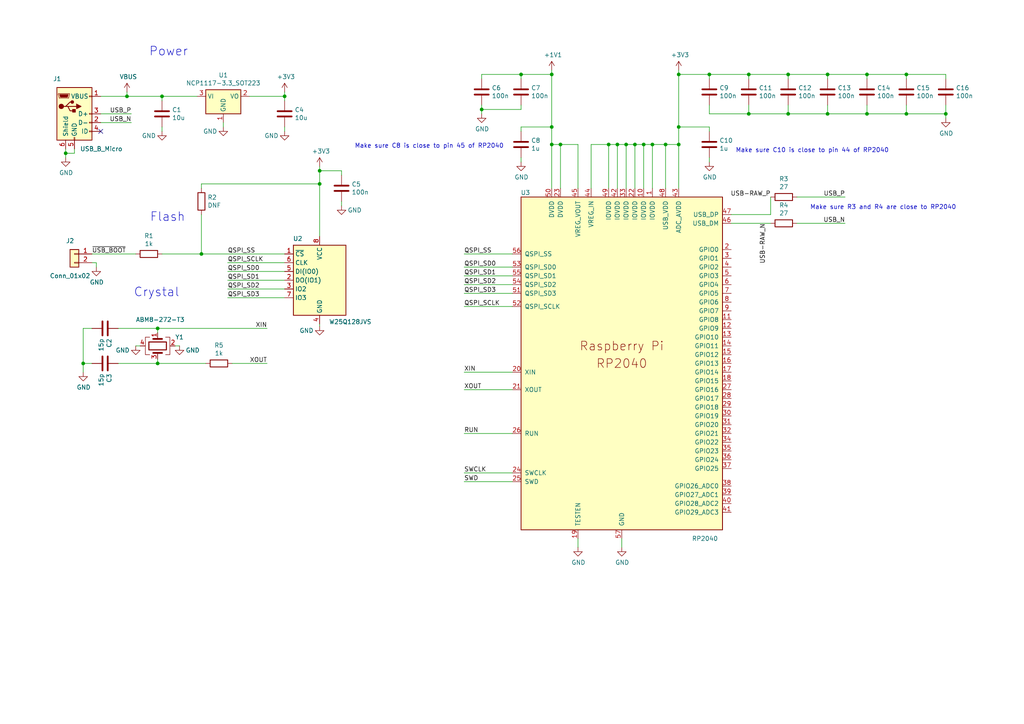
<source format=kicad_sch>
(kicad_sch (version 20250114) (generator "eeschema") (generator_version "9.0")
  (paper "A4")
  (lib_symbols
    (symbol "Connector:USB_B_Micro" (pin_names (offset 1.016))
      (property "Reference" "J" (at -5.08 11.43 0))
      (property "Value" "USB_B_Micro" (at -5.08 8.89 0))
      (symbol "USB_B_Micro_0_1"
        (rectangle (start -5.08 -7.62) (end 5.08 7.62) (stroke (width 0.254)) (fill (type background)))
        (polyline (pts (xy -4.699 5.842) (xy -4.699 5.588) (xy -4.445 4.826) (xy -4.445 4.572) (xy -1.651 4.572) (xy -1.651 4.826) (xy -1.397 5.588) (xy -1.397 5.842) (xy -4.699 5.842)))
        (polyline (pts (xy -4.318 5.588) (xy -1.778 5.588) (xy -2.032 4.826) (xy -4.064 4.826) (xy -4.318 5.588)) (fill (type outline)))
        (circle (center -3.81 2.159) (radius 0.635) (stroke (width 0.254)) (fill (type outline)))
        (polyline (pts (xy -3.175 2.159) (xy -2.54 2.159) (xy -1.27 3.429) (xy -0.635 3.429)) (stroke (width 0.254)))
        (polyline (pts (xy -2.54 2.159) (xy -1.905 2.159) (xy -1.27 0.889) (xy 0 0.889)) (stroke (width 0.254)))
        (polyline (pts (xy -1.905 2.159) (xy 0.635 2.159)) (stroke (width 0.254)))
        (circle (center -0.635 3.429) (radius 0.381) (stroke (width 0.254)) (fill (type outline)))
        (rectangle (start -0.127 -7.62) (end 0.127 -6.858))
        (rectangle (start 0.254 1.27) (end -0.508 0.508) (stroke (width 0.254)) (fill (type outline)))
        (polyline (pts (xy 0.635 2.794) (xy 0.635 1.524) (xy 1.905 2.159) (xy 0.635 2.794)) (stroke (width 0.254)) (fill (type outline)))
        (rectangle (start 5.08 4.953) (end 4.318 5.207))
        (rectangle (start 5.08 -0.127) (end 4.318 0.127))
        (rectangle (start 5.08 -2.667) (end 4.318 -2.413))
        (rectangle (start 5.08 -5.207) (end 4.318 -4.953))
      )
      (symbol "USB_B_Micro_1_1"
        (pin passive line (at -2.54 -10.16 90) (length 2.54) (name "Shield") (number "6"))
        (pin power_out line (at 0 -10.16 90) (length 2.54) (name "GND") (number "5"))
        (pin power_out line (at 7.62 5.08 180) (length 2.54) (name "VBUS") (number "1"))
        (pin bidirectional line (at 7.62 0 180) (length 2.54) (name "D+") (number "3"))
        (pin bidirectional line (at 7.62 -2.54 180) (length 2.54) (name "D-") (number "2"))
        (pin passive line (at 7.62 -5.08 180) (length 2.54) (name "ID") (number "4"))
      )
    )
    (symbol "Connector_Generic:Conn_01x02" (pin_names (offset 1.016) (hide yes))
      (property "Reference" "J" (at 0 2.54 0))
      (property "Value" "Conn_01x02" (at 0 -5.08 0))
      (symbol "Conn_01x02_1_1"
        (rectangle (start -1.27 1.27) (end 1.27 -3.81) (stroke (width 0.254)) (fill (type background)))
        (rectangle (start -1.27 0.127) (end 0 -0.127) (stroke (width 0.1524)))
        (rectangle (start -1.27 -2.413) (end 0 -2.667) (stroke (width 0.1524)))
        (pin passive line (at -5.08 0 0) (length 3.81) (name "Pin_1") (number "1"))
        (pin passive line (at -5.08 -2.54 0) (length 3.81) (name "Pin_2") (number "2"))
      )
    )
    (symbol "Device:C" (pin_numbers (hide yes)) (pin_names (offset 0.254))
      (property "Reference" "C" (at 0.635 2.54 0))
      (property "Value" "C" (at 0.635 -2.54 0))
      (symbol "C_0_1"
        (polyline (pts (xy -2.032 0.762) (xy 2.032 0.762)) (stroke (width 0.508)))
        (polyline (pts (xy -2.032 -0.762) (xy 2.032 -0.762)) (stroke (width 0.508)))
      )
      (symbol "C_1_1"
        (pin passive line (at 0 3.81 270) (length 2.794) (name "~") (number "1"))
        (pin passive line (at 0 -3.81 90) (length 2.794) (name "~") (number "2"))
      )
    )
    (symbol "Device:Crystal_GND24" (pin_names (offset 1.016) (hide yes))
      (property "Reference" "Y" (at 3.175 5.08 0))
      (property "Value" "Crystal_GND24" (at 3.175 3.175 0))
      (symbol "Crystal_GND24_0_1"
        (polyline (pts (xy -2.54 2.286) (xy -2.54 3.556) (xy 2.54 3.556) (xy 2.54 2.286)))
        (polyline (pts (xy -2.54 0) (xy -2.032 0)))
        (polyline (pts (xy -2.54 -2.286) (xy -2.54 -3.556) (xy 2.54 -3.556) (xy 2.54 -2.286)))
        (polyline (pts (xy -2.032 -1.27) (xy -2.032 1.27)) (stroke (width 0.508)))
        (rectangle (start -1.143 2.54) (end 1.143 -2.54) (stroke (width 0.3048)))
        (polyline (pts (xy 0 3.556) (xy 0 3.81)))
        (polyline (pts (xy 0 -3.81) (xy 0 -3.556)))
        (polyline (pts (xy 2.032 0) (xy 2.54 0)))
        (polyline (pts (xy 2.032 -1.27) (xy 2.032 1.27)) (stroke (width 0.508)))
      )
      (symbol "Crystal_GND24_1_1"
        (pin passive line (at -3.81 0 0) (length 1.27) (name "1") (number "1"))
        (pin passive line (at 0 5.08 270) (length 1.27) (name "2") (number "2"))
        (pin passive line (at 0 -5.08 90) (length 1.27) (name "4") (number "4"))
        (pin passive line (at 3.81 0 180) (length 1.27) (name "3") (number "3"))
      )
    )
    (symbol "Device:R" (pin_numbers (hide yes)) (pin_names (offset 0))
      (property "Reference" "R" (at 2.032 0 90))
      (property "Value" "R" (at 0 0 90))
      (symbol "R_0_1"
        (rectangle (start -1.016 -2.54) (end 1.016 2.54) (stroke (width 0.254)))
      )
      (symbol "R_1_1"
        (pin passive line (at 0 3.81 270) (length 1.27) (name "~") (number "1"))
        (pin passive line (at 0 -3.81 90) (length 1.27) (name "~") (number "2"))
      )
    )
    (symbol "MCU_RaspberryPi_RP2040:RP2040" (pin_names (offset 1.016))
      (property "Reference" "U" (at -29.21 49.53 0))
      (property "Value" "RP2040" (at 24.13 -49.53 0))
      (symbol "RP2040_0_0"
        (text "Raspberry Pi" (at 0 5.08 0) (effects (font (size 2.54 2.54))))
        (text "RP2040" (at 0 0 0) (effects (font (size 2.54 2.54))))
      )
      (symbol "RP2040_0_1"
        (rectangle (start 29.21 48.26) (end -29.21 -48.26) (stroke (width 0.254)) (fill (type background)))
      )
      (symbol "RP2040_1_1"
        (pin bidirectional line (at -31.75 31.75 0) (length 2.54) (name "QSPI_SS") (number "56"))
        (pin bidirectional line (at -31.75 27.94 0) (length 2.54) (name "QSPI_SD0") (number "53"))
        (pin bidirectional line (at -31.75 25.4 0) (length 2.54) (name "QSPI_SD1") (number "55"))
        (pin bidirectional line (at -31.75 22.86 0) (length 2.54) (name "QSPI_SD2") (number "54"))
        (pin bidirectional line (at -31.75 20.32 0) (length 2.54) (name "QSPI_SD3") (number "51"))
        (pin output line (at -31.75 16.51 0) (length 2.54) (name "QSPI_SCLK") (number "52"))
        (pin input line (at -31.75 -2.54 0) (length 2.54) (name "XIN") (number "20"))
        (pin passive line (at -31.75 -7.62 0) (length 2.54) (name "XOUT") (number "21"))
        (pin input line (at -31.75 -20.32 0) (length 2.54) (name "RUN") (number "26"))
        (pin output line (at -31.75 -31.75 0) (length 2.54) (name "SWCLK") (number "24"))
        (pin bidirectional line (at -31.75 -34.29 0) (length 2.54) (name "SWD") (number "25"))
        (pin power_in line (at -20.32 50.8 270) (length 2.54) (name "DVDD") (number "50"))
        (pin power_in line (at -17.78 50.8 270) (length 2.54) (name "DVDD") (number "23"))
        (pin power_out line (at -12.7 50.8 270) (length 2.54) (name "VREG_VOUT") (number "45"))
        (pin passive line (at -12.7 -50.8 90) (length 2.54) (name "TESTEN") (number "19"))
        (pin power_in line (at -8.89 50.8 270) (length 2.54) (name "VREG_IN") (number "44"))
        (pin power_in line (at -3.81 50.8 270) (length 2.54) (name "IOVDD") (number "49"))
        (pin power_in line (at -1.27 50.8 270) (length 2.54) (name "IOVDD") (number "42"))
        (pin power_in line (at 0 -50.8 90) (length 2.54) (name "GND") (number "57"))
        (pin power_in line (at 1.27 50.8 270) (length 2.54) (name "IOVDD") (number "33"))
        (pin power_in line (at 3.81 50.8 270) (length 2.54) (name "IOVDD") (number "22"))
        (pin power_in line (at 6.35 50.8 270) (length 2.54) (name "IOVDD") (number "10"))
        (pin power_in line (at 8.89 50.8 270) (length 2.54) (name "IOVDD") (number "1"))
        (pin power_in line (at 12.7 50.8 270) (length 2.54) (name "USB_VDD") (number "48"))
        (pin power_in line (at 16.51 50.8 270) (length 2.54) (name "ADC_AVDD") (number "43"))
        (pin bidirectional line (at 31.75 43.18 180) (length 2.54) (name "USB_DP") (number "47"))
        (pin bidirectional line (at 31.75 40.64 180) (length 2.54) (name "USB_DM") (number "46"))
        (pin bidirectional line (at 31.75 33.02 180) (length 2.54) (name "GPIO0") (number "2"))
        (pin bidirectional line (at 31.75 30.48 180) (length 2.54) (name "GPIO1") (number "3"))
        (pin bidirectional line (at 31.75 27.94 180) (length 2.54) (name "GPIO2") (number "4"))
        (pin bidirectional line (at 31.75 25.4 180) (length 2.54) (name "GPIO3") (number "5"))
        (pin bidirectional line (at 31.75 22.86 180) (length 2.54) (name "GPIO4") (number "6"))
        (pin bidirectional line (at 31.75 20.32 180) (length 2.54) (name "GPIO5") (number "7"))
        (pin bidirectional line (at 31.75 17.78 180) (length 2.54) (name "GPIO6") (number "8"))
        (pin bidirectional line (at 31.75 15.24 180) (length 2.54) (name "GPIO7") (number "9"))
        (pin bidirectional line (at 31.75 12.7 180) (length 2.54) (name "GPIO8") (number "11"))
        (pin bidirectional line (at 31.75 10.16 180) (length 2.54) (name "GPIO9") (number "12"))
        (pin bidirectional line (at 31.75 7.62 180) (length 2.54) (name "GPIO10") (number "13"))
        (pin bidirectional line (at 31.75 5.08 180) (length 2.54) (name "GPIO11") (number "14"))
        (pin bidirectional line (at 31.75 2.54 180) (length 2.54) (name "GPIO12") (number "15"))
        (pin bidirectional line (at 31.75 0 180) (length 2.54) (name "GPIO13") (number "16"))
        (pin bidirectional line (at 31.75 -2.54 180) (length 2.54) (name "GPIO14") (number "17"))
        (pin bidirectional line (at 31.75 -5.08 180) (length 2.54) (name "GPIO15") (number "18"))
        (pin bidirectional line (at 31.75 -7.62 180) (length 2.54) (name "GPIO16") (number "27"))
        (pin bidirectional line (at 31.75 -10.16 180) (length 2.54) (name "GPIO17") (number "28"))
        (pin bidirectional line (at 31.75 -12.7 180) (length 2.54) (name "GPIO18") (number "29"))
        (pin bidirectional line (at 31.75 -15.24 180) (length 2.54) (name "GPIO19") (number "30"))
        (pin bidirectional line (at 31.75 -17.78 180) (length 2.54) (name "GPIO20") (number "31"))
        (pin bidirectional line (at 31.75 -20.32 180) (length 2.54) (name "GPIO21") (number "32"))
        (pin bidirectional line (at 31.75 -22.86 180) (length 2.54) (name "GPIO22") (number "34"))
        (pin bidirectional line (at 31.75 -25.4 180) (length 2.54) (name "GPIO23") (number "35"))
        (pin bidirectional line (at 31.75 -27.94 180) (length 2.54) (name "GPIO24") (number "36"))
        (pin bidirectional line (at 31.75 -30.48 180) (length 2.54) (name "GPIO25") (number "37"))
        (pin bidirectional line (at 31.75 -35.56 180) (length 2.54) (name "GPIO26_ADC0") (number "38"))
        (pin bidirectional line (at 31.75 -38.1 180) (length 2.54) (name "GPIO27_ADC1") (number "39"))
        (pin bidirectional line (at 31.75 -40.64 180) (length 2.54) (name "GPIO28_ADC2") (number "40"))
        (pin bidirectional line (at 31.75 -43.18 180) (length 2.54) (name "GPIO29_ADC3") (number "41"))
      )
    )
    (symbol "Memory_Flash:W25Q128JVS"
      (property "Reference" "U" (at -8.89 8.89 0))
      (property "Value" "W25Q128JVS" (at 7.62 8.89 0))
      (symbol "W25Q128JVS_0_1"
        (rectangle (start -7.62 10.16) (end 7.62 -10.16) (stroke (width 0.254)) (fill (type background)))
      )
      (symbol "W25Q128JVS_1_1"
        (pin input line (at -10.16 7.62 0) (length 2.54) (name "~{CS}") (number "1"))
        (pin input line (at -10.16 5.08 0) (length 2.54) (name "CLK") (number "6"))
        (pin bidirectional line (at -10.16 2.54 0) (length 2.54) (name "DI(IO0)") (number "5"))
        (pin bidirectional line (at -10.16 0 0) (length 2.54) (name "DO(IO1)") (number "2"))
        (pin bidirectional line (at -10.16 -2.54 0) (length 2.54) (name "IO2") (number "3"))
        (pin bidirectional line (at -10.16 -5.08 0) (length 2.54) (name "IO3") (number "7"))
        (pin power_in line (at 0 12.7 270) (length 2.54) (name "VCC") (number "8"))
        (pin power_in line (at 0 -12.7 90) (length 2.54) (name "GND") (number "4"))
      )
    )
    (symbol "Regulator_Linear:NCP1117-3.3_SOT223"
      (property "Reference" "U" (at -3.81 3.175 0))
      (property "Value" "NCP1117-3.3_SOT223" (at 0 3.175 0))
      (symbol "NCP1117-3.3_SOT223_0_1"
        (rectangle (start -5.08 -5.08) (end 5.08 1.905) (stroke (width 0.254)) (fill (type background)))
      )
      (symbol "NCP1117-3.3_SOT223_1_1"
        (pin power_in line (at -7.62 0 0) (length 2.54) (name "VI") (number "3"))
        (pin power_in line (at 0 -7.62 90) (length 2.54) (name "GND") (number "1"))
        (pin power_out line (at 7.62 0 180) (length 2.54) (name "VO") (number "2"))
      )
    )
    (symbol "power:+1V1" (power) (pin_names (offset 0))
      (property "Value" "+1V1" (at 0 3.556 0))
      (symbol "+1V1_0_1"
        (polyline (pts (xy -0.762 1.27) (xy 0 2.54)))
        (polyline (pts (xy 0 2.54) (xy 0.762 1.27)))
        (polyline (pts (xy 0 0) (xy 0 2.54)))
      )
      (symbol "+1V1_1_1"
        (pin power_in line (at 0 0 90) (length 0) (hide yes) (name "+1V1") (number "1"))
      )
    )
    (symbol "power:+3V3" (power) (pin_names (offset 0))
      (property "Value" "+3V3" (at 0 3.556 0))
      (symbol "+3V3_0_1"
        (polyline (pts (xy -0.762 1.27) (xy 0 2.54)))
        (polyline (pts (xy 0 2.54) (xy 0.762 1.27)))
        (polyline (pts (xy 0 0) (xy 0 2.54)))
      )
      (symbol "+3V3_1_1"
        (pin power_in line (at 0 0 90) (length 0) (hide yes) (name "+3V3") (number "1"))
      )
    )
    (symbol "power:GND" (power) (pin_names (offset 0))
      (property "Value" "GND" (at 0 -3.81 0))
      (symbol "GND_0_1"
        (polyline (pts (xy 0 0) (xy 0 -1.27) (xy 1.27 -1.27) (xy 0 -2.54) (xy -1.27 -1.27) (xy 0 -1.27)))
      )
      (symbol "GND_1_1"
        (pin power_in line (at 0 0 270) (length 0) (hide yes) (name "GND") (number "1"))
      )
    )
    (symbol "power:VBUS" (power) (pin_names (offset 0))
      (property "Value" "VBUS" (at 0 3.81 0))
      (symbol "VBUS_0_1"
        (polyline (pts (xy -0.762 1.27) (xy 0 2.54)))
        (polyline (pts (xy 0 2.54) (xy 0.762 1.27)))
        (polyline (pts (xy 0 0) (xy 0 2.54)))
      )
      (symbol "VBUS_1_1"
        (pin power_in line (at 0 0 90) (length 0) (hide yes) (name "VBUS") (number "1"))
      )
    )
  )
  (text "Make sure C10 is close to pin 44 of RP2040" (at 213.36 44.45 0) (effects (font (size 1.27 1.27)) (justify left bottom)))
  (text "Make sure R3 and R4 are close to RP2040" (at 234.95 60.96 0) (effects (font (size 1.27 1.27)) (justify left bottom)))
  (text "Power" (at 43.18 16.51 0) (effects (font (size 2.54 2.54)) (justify left bottom)))
  (text "Make sure C8 is close to pin 45 of RP2040" (at 102.87 43.18 0) (effects (font (size 1.27 1.27)) (justify left bottom)))
  (text "Flash" (at 43.434 64.516 0) (effects (font (size 2.54 2.54)) (justify left bottom)))
  (text "Crystal" (at 38.735 86.36 0) (effects (font (size 2.54 2.54)) (justify left bottom)))
  (junction (at 162.56 41.91))
  (junction (at 92.71 49.53))
  (junction (at 82.55 27.94))
  (junction (at 196.85 21.59))
  (junction (at 217.17 33.02))
  (junction (at 193.04 41.91))
  (junction (at 46.99 27.94))
  (junction (at 184.15 41.91))
  (junction (at 251.46 21.59))
  (junction (at 139.7 31.75))
  (junction (at 205.74 21.59))
  (junction (at 179.07 41.91))
  (junction (at 196.85 41.91))
  (junction (at 186.69 41.91))
  (junction (at 262.89 21.59))
  (junction (at 151.13 21.59))
  (junction (at 45.72 105.41))
  (junction (at 240.03 21.59))
  (junction (at 176.53 41.91))
  (junction (at 19.05 44.45))
  (junction (at 92.71 53.34))
  (junction (at 24.13 105.41))
  (junction (at 160.02 36.83))
  (junction (at 228.6 21.59))
  (junction (at 262.89 33.02))
  (junction (at 196.85 36.83))
  (junction (at 251.46 33.02))
  (junction (at 189.23 41.91))
  (junction (at 240.03 33.02))
  (junction (at 58.42 73.66))
  (junction (at 228.6 33.02))
  (junction (at 181.61 41.91))
  (junction (at 160.02 21.59))
  (junction (at 160.02 41.91))
  (junction (at 274.32 33.02))
  (junction (at 217.17 21.59))
  (junction (at 36.83 27.94))
  (junction (at 45.72 95.25))
  (no_connect (at 29.21 38.1))
  (wire (pts (xy 228.6 30.48) (xy 228.6 33.02)))
  (wire (pts (xy 21.59 44.45) (xy 19.05 44.45)))
  (wire (pts (xy 148.59 113.03) (xy 134.62 113.03)))
  (wire (pts (xy 151.13 22.86) (xy 151.13 21.59)))
  (wire (pts (xy 148.59 137.16) (xy 134.62 137.16)))
  (wire (pts (xy 196.85 36.83) (xy 196.85 41.91)))
  (wire (pts (xy 179.07 41.91) (xy 181.61 41.91)))
  (wire (pts (xy 186.69 54.61) (xy 186.69 41.91)))
  (wire (pts (xy 151.13 31.75) (xy 151.13 30.48)))
  (wire (pts (xy 151.13 21.59) (xy 160.02 21.59)))
  (wire (pts (xy 134.62 80.01) (xy 148.59 80.01)))
  (wire (pts (xy 262.89 30.48) (xy 262.89 33.02)))
  (wire (pts (xy 217.17 33.02) (xy 205.74 33.02)))
  (wire (pts (xy 39.37 100.33) (xy 40.64 100.33)))
  (wire (pts (xy 72.39 27.94) (xy 82.55 27.94)))
  (wire (pts (xy 240.03 33.02) (xy 228.6 33.02)))
  (wire (pts (xy 45.72 95.25) (xy 77.47 95.25)))
  (wire (pts (xy 162.56 41.91) (xy 160.02 41.91)))
  (wire (pts (xy 82.55 81.28) (xy 66.04 81.28)))
  (wire (pts (xy 160.02 20.32) (xy 160.02 21.59)))
  (wire (pts (xy 24.13 95.25) (xy 24.13 105.41)))
  (wire (pts (xy 58.42 73.66) (xy 82.55 73.66)))
  (wire (pts (xy 171.45 41.91) (xy 176.53 41.91)))
  (wire (pts (xy 167.64 41.91) (xy 162.56 41.91)))
  (wire (pts (xy 205.74 30.48) (xy 205.74 33.02)))
  (wire (pts (xy 274.32 22.86) (xy 274.32 21.59)))
  (wire (pts (xy 36.83 27.94) (xy 46.99 27.94)))
  (wire (pts (xy 67.31 105.41) (xy 77.47 105.41)))
  (wire (pts (xy 66.04 76.2) (xy 82.55 76.2)))
  (wire (pts (xy 223.52 57.15) (xy 223.52 62.23)))
  (wire (pts (xy 251.46 22.86) (xy 251.46 21.59)))
  (wire (pts (xy 212.09 62.23) (xy 223.52 62.23)))
  (wire (pts (xy 45.72 105.41) (xy 59.69 105.41)))
  (wire (pts (xy 134.62 107.95) (xy 148.59 107.95)))
  (wire (pts (xy 151.13 45.72) (xy 151.13 46.99)))
  (wire (pts (xy 82.55 29.21) (xy 82.55 27.94)))
  (wire (pts (xy 27.94 76.2) (xy 27.94 77.47)))
  (wire (pts (xy 240.03 30.48) (xy 240.03 33.02)))
  (wire (pts (xy 19.05 44.45) (xy 19.05 45.72)))
  (wire (pts (xy 82.55 86.36) (xy 66.04 86.36)))
  (wire (pts (xy 46.99 73.66) (xy 58.42 73.66)))
  (wire (pts (xy 167.64 156.21) (xy 167.64 158.75)))
  (wire (pts (xy 26.67 76.2) (xy 27.94 76.2)))
  (wire (pts (xy 196.85 21.59) (xy 205.74 21.59)))
  (wire (pts (xy 36.83 26.67) (xy 36.83 27.94)))
  (wire (pts (xy 181.61 41.91) (xy 184.15 41.91)))
  (wire (pts (xy 45.72 104.14) (xy 45.72 105.41)))
  (wire (pts (xy 34.29 95.25) (xy 45.72 95.25)))
  (wire (pts (xy 148.59 73.66) (xy 134.62 73.66)))
  (wire (pts (xy 212.09 64.77) (xy 223.52 64.77)))
  (wire (pts (xy 189.23 41.91) (xy 193.04 41.91)))
  (wire (pts (xy 19.05 43.18) (xy 19.05 44.45)))
  (wire (pts (xy 160.02 41.91) (xy 160.02 54.61)))
  (wire (pts (xy 180.34 156.21) (xy 180.34 158.75)))
  (wire (pts (xy 262.89 33.02) (xy 274.32 33.02)))
  (wire (pts (xy 196.85 41.91) (xy 196.85 54.61)))
  (wire (pts (xy 26.67 95.25) (xy 24.13 95.25)))
  (wire (pts (xy 186.69 41.91) (xy 189.23 41.91)))
  (wire (pts (xy 82.55 78.74) (xy 66.04 78.74)))
  (wire (pts (xy 29.21 35.56) (xy 38.1 35.56)))
  (wire (pts (xy 134.62 82.55) (xy 148.59 82.55)))
  (wire (pts (xy 240.03 21.59) (xy 251.46 21.59)))
  (wire (pts (xy 134.62 77.47) (xy 148.59 77.47)))
  (wire (pts (xy 181.61 54.61) (xy 181.61 41.91)))
  (wire (pts (xy 92.71 49.53) (xy 92.71 53.34)))
  (wire (pts (xy 134.62 85.09) (xy 148.59 85.09)))
  (wire (pts (xy 167.64 54.61) (xy 167.64 41.91)))
  (wire (pts (xy 262.89 22.86) (xy 262.89 21.59)))
  (wire (pts (xy 39.37 73.66) (xy 26.67 73.66)))
  (wire (pts (xy 82.55 27.94) (xy 82.55 26.67)))
  (wire (pts (xy 139.7 30.48) (xy 139.7 31.75)))
  (wire (pts (xy 176.53 41.91) (xy 179.07 41.91)))
  (wire (pts (xy 99.06 50.8) (xy 99.06 49.53)))
  (wire (pts (xy 274.32 30.48) (xy 274.32 33.02)))
  (wire (pts (xy 160.02 21.59) (xy 160.02 36.83)))
  (wire (pts (xy 139.7 31.75) (xy 151.13 31.75)))
  (wire (pts (xy 228.6 22.86) (xy 228.6 21.59)))
  (wire (pts (xy 26.67 105.41) (xy 24.13 105.41)))
  (wire (pts (xy 240.03 22.86) (xy 240.03 21.59)))
  (wire (pts (xy 231.14 57.15) (xy 245.11 57.15)))
  (wire (pts (xy 196.85 20.32) (xy 196.85 21.59)))
  (wire (pts (xy 50.8 100.33) (xy 52.07 100.33)))
  (wire (pts (xy 148.59 125.73) (xy 134.62 125.73)))
  (wire (pts (xy 228.6 21.59) (xy 240.03 21.59)))
  (wire (pts (xy 189.23 41.91) (xy 189.23 54.61)))
  (wire (pts (xy 184.15 41.91) (xy 186.69 41.91)))
  (wire (pts (xy 58.42 62.23) (xy 58.42 73.66)))
  (wire (pts (xy 262.89 21.59) (xy 274.32 21.59)))
  (wire (pts (xy 171.45 54.61) (xy 171.45 41.91)))
  (wire (pts (xy 251.46 30.48) (xy 251.46 33.02)))
  (wire (pts (xy 29.21 33.02) (xy 38.1 33.02)))
  (wire (pts (xy 217.17 30.48) (xy 217.17 33.02)))
  (wire (pts (xy 148.59 88.9) (xy 134.62 88.9)))
  (wire (pts (xy 217.17 21.59) (xy 228.6 21.59)))
  (wire (pts (xy 58.42 54.61) (xy 58.42 53.34)))
  (wire (pts (xy 205.74 45.72) (xy 205.74 46.99)))
  (wire (pts (xy 99.06 58.42) (xy 99.06 59.69)))
  (wire (pts (xy 29.21 27.94) (xy 36.83 27.94)))
  (wire (pts (xy 57.15 27.94) (xy 46.99 27.94)))
  (wire (pts (xy 92.71 53.34) (xy 92.71 68.58)))
  (wire (pts (xy 193.04 54.61) (xy 193.04 41.91)))
  (wire (pts (xy 139.7 31.75) (xy 139.7 33.02)))
  (wire (pts (xy 148.59 139.7) (xy 134.62 139.7)))
  (wire (pts (xy 46.99 29.21) (xy 46.99 27.94)))
  (wire (pts (xy 184.15 54.61) (xy 184.15 41.91)))
  (wire (pts (xy 160.02 36.83) (xy 160.02 41.91)))
  (wire (pts (xy 231.14 64.77) (xy 245.11 64.77)))
  (wire (pts (xy 251.46 33.02) (xy 240.03 33.02)))
  (wire (pts (xy 176.53 54.61) (xy 176.53 41.91)))
  (wire (pts (xy 151.13 36.83) (xy 160.02 36.83)))
  (wire (pts (xy 139.7 22.86) (xy 139.7 21.59)))
  (wire (pts (xy 262.89 33.02) (xy 251.46 33.02)))
  (wire (pts (xy 64.77 35.56) (xy 64.77 36.83)))
  (wire (pts (xy 46.99 36.83) (xy 46.99 38.1)))
  (wire (pts (xy 196.85 21.59) (xy 196.85 36.83)))
  (wire (pts (xy 193.04 41.91) (xy 196.85 41.91)))
  (wire (pts (xy 228.6 33.02) (xy 217.17 33.02)))
  (wire (pts (xy 205.74 21.59) (xy 217.17 21.59)))
  (wire (pts (xy 196.85 36.83) (xy 205.74 36.83)))
  (wire (pts (xy 82.55 36.83) (xy 82.55 38.1)))
  (wire (pts (xy 151.13 38.1) (xy 151.13 36.83)))
  (wire (pts (xy 45.72 96.52) (xy 45.72 95.25)))
  (wire (pts (xy 34.29 105.41) (xy 45.72 105.41)))
  (wire (pts (xy 139.7 21.59) (xy 151.13 21.59)))
  (wire (pts (xy 99.06 49.53) (xy 92.71 49.53)))
  (wire (pts (xy 92.71 94.615) (xy 92.71 93.98)))
  (wire (pts (xy 179.07 54.61) (xy 179.07 41.91)))
  (wire (pts (xy 217.17 22.86) (xy 217.17 21.59)))
  (wire (pts (xy 274.32 33.02) (xy 274.32 34.29)))
  (wire (pts (xy 21.59 43.18) (xy 21.59 44.45)))
  (wire (pts (xy 92.71 48.26) (xy 92.71 49.53)))
  (wire (pts (xy 24.13 105.41) (xy 24.13 107.95)))
  (wire (pts (xy 82.55 83.82) (xy 66.04 83.82)))
  (wire (pts (xy 251.46 21.59) (xy 262.89 21.59)))
  (wire (pts (xy 162.56 54.61) (xy 162.56 41.91)))
  (wire (pts (xy 205.74 38.1) (xy 205.74 36.83)))
  (wire (pts (xy 58.42 53.34) (xy 92.71 53.34)))
  (wire (pts (xy 205.74 22.86) (xy 205.74 21.59)))
  (label "USB-RAW_N" (at 222.25 64.77 270))
  (label "QSPI_SS" (at 66.04 73.66 0))
  (label "XIN" (at 134.62 107.95 0))
  (label "XIN" (at 77.47 95.25 180))
  (label "QSPI_SCLK" (at 66.04 76.2 0))
  (label "SWCLK" (at 134.62 137.16 0))
  (label "XOUT" (at 134.62 113.03 0))
  (label "USB_N" (at 38.1 35.56 180))
  (label "QSPI_SD2" (at 134.62 82.55 0))
  (label "USB_P" (at 245.11 57.15 180))
  (label "QSPI_SD3" (at 66.04 86.36 0))
  (label "USB_N" (at 245.11 64.77 180))
  (label "XOUT" (at 77.47 105.41 180))
  (label "QSPI_SD3" (at 134.62 85.09 0))
  (label "QSPI_SD0" (at 66.04 78.74 0))
  (label "QSPI_SCLK" (at 134.62 88.9 0))
  (label "QSPI_SD1" (at 134.62 80.01 0))
  (label "~{USB_BOOT}" (at 26.67 73.66 0))
  (label "QSPI_SD1" (at 66.04 81.28 0))
  (label "USB-RAW_P" (at 223.52 57.15 180))
  (label "USB_P" (at 38.1 33.02 180))
  (label "RUN" (at 134.62 125.73 0))
  (label "SWD" (at 134.62 139.7 0))
  (label "QSPI_SS" (at 134.62 73.66 0))
  (label "QSPI_SD0" (at 134.62 77.47 0))
  (label "QSPI_SD2" (at 66.04 83.82 0))
  (symbol (lib_id "MCU_RaspberryPi_RP2040:RP2040") (at 180.34 105.41 0) (unit 1)
    (property "Reference" "U3" (at 152.4 55.88 0))
    (property "Value" "RP2040" (at 204.47 156.21 0))
    (property "Footprint" "RP2040_minimal_r2:RP2040-QFN-56" (effects (hide yes)))
  )
  (symbol (lib_id "Memory_Flash:W25Q128JVS") (at 92.71 81.28 0) (unit 1)
    (property "Reference" "U2" (at 86.36 69.215 0))
    (property "Value" "W25Q128JVS" (at 101.6 93.345 0))
    (property "Footprint" "Package_SO:SOIC-8_5.3x5.3mm_P1.27mm" (effects (hide yes)))
    (property "Datasheet" "http://www.winbond.com/resource-files/w25q128jv_dtr%20revc%2003272018%20plus.pdf" (effects (hide yes)))
  )
  (symbol (lib_id "power:+3V3") (at 92.71 48.26 0) (unit 1)
    (property "Reference" "#PWR07" (effects (hide yes)))
    (property "Value" "+3V3" (at 93.091 43.8658 0))
  )
  (symbol (lib_id "power:GND") (at 92.71 94.615 0) (unit 1)
    (property "Reference" "#PWR08" (effects (hide yes)))
    (property "Value" "GND" (at 88.9 95.885 0))
  )
  (symbol (lib_id "Device:R") (at 58.42 58.42 0) (unit 1)
    (property "Reference" "R2" (at 60.198 57.2516 0) (effects (justify left)))
    (property "Value" "DNF" (at 60.198 59.563 0) (effects (justify left)))
    (property "Footprint" "Resistor_SMD:R_0402_1005Metric" (effects (hide yes)))
  )
  (symbol (lib_id "Device:R") (at 43.18 73.66 270) (unit 1)
    (property "Reference" "R1" (at 43.18 68.4022 90))
    (property "Value" "1k" (at 43.18 70.7136 90))
    (property "Footprint" "Resistor_SMD:R_0402_1005Metric" (effects (hide yes)))
  )
  (symbol (lib_id "Device:C") (at 99.06 54.61 0) (unit 1)
    (property "Reference" "C5" (at 101.981 53.4416 0) (effects (justify left)))
    (property "Value" "100n" (at 101.981 55.753 0) (effects (justify left)))
    (property "Footprint" "Capacitor_SMD:C_0402_1005Metric" (effects (hide yes)))
  )
  (symbol (lib_id "power:GND") (at 99.06 59.69 0) (unit 1)
    (property "Reference" "#PWR011" (effects (hide yes)))
    (property "Value" "GND" (at 102.87 60.96 0))
  )
  (symbol (lib_id "Connector:USB_B_Micro") (at 21.59 33.02 0) (unit 1)
    (property "Reference" "J1" (at 17.78 22.86 0) (effects (justify right)))
    (property "Value" "USB_B_Micro" (at 35.56 43.18 0) (effects (justify right)))
    (property "Footprint" "RP2040_minimal_r2:USB_Micro-B_Amphenol_10103594-0001LF_Horizontal_modified" (effects (hide yes)))
  )
  (symbol (lib_id "power:GND") (at 180.34 158.75 0) (unit 1)
    (property "Reference" "#PWR016" (effects (hide yes)))
    (property "Value" "GND" (at 180.467 163.1442 0))
  )
  (symbol (lib_id "power:GND") (at 167.64 158.75 0) (unit 1)
    (property "Reference" "#PWR015" (effects (hide yes)))
    (property "Value" "GND" (at 167.767 163.1442 0))
  )
  (symbol (lib_id "Device:R") (at 227.33 57.15 270) (unit 1)
    (property "Reference" "R3" (at 227.33 51.8922 90))
    (property "Value" "27" (at 227.33 54.2036 90))
    (property "Footprint" "Resistor_SMD:R_0402_1005Metric" (effects (hide yes)))
  )
  (symbol (lib_id "Device:R") (at 227.33 64.77 270) (unit 1)
    (property "Reference" "R4" (at 227.33 59.5122 90))
    (property "Value" "27" (at 227.33 61.8236 90))
    (property "Footprint" "Resistor_SMD:R_0402_1005Metric" (effects (hide yes)))
  )
  (symbol (lib_id "power:GND") (at 19.05 45.72 0) (unit 1)
    (property "Reference" "#PWR01" (effects (hide yes)))
    (property "Value" "GND" (at 19.177 50.1142 0))
  )
  (symbol (lib_id "power:+3V3") (at 196.85 20.32 0) (unit 1)
    (property "Reference" "#PWR017" (effects (hide yes)))
    (property "Value" "+3V3" (at 197.231 15.9258 0))
  )
  (symbol (lib_id "power:+1V1") (at 160.02 20.32 0) (unit 1)
    (property "Reference" "#PWR014" (effects (hide yes)))
    (property "Value" "+1V1" (at 160.401 15.9258 0))
  )
  (symbol (lib_id "Device:C") (at 205.74 26.67 0) (unit 1)
    (property "Reference" "C9" (at 208.661 25.5016 0) (effects (justify left)))
    (property "Value" "100n" (at 208.661 27.813 0) (effects (justify left)))
    (property "Footprint" "Capacitor_SMD:C_0402_1005Metric" (effects (hide yes)))
  )
  (symbol (lib_id "Device:C") (at 217.17 26.67 0) (unit 1)
    (property "Reference" "C11" (at 220.091 25.5016 0) (effects (justify left)))
    (property "Value" "100n" (at 220.091 27.813 0) (effects (justify left)))
    (property "Footprint" "Capacitor_SMD:C_0402_1005Metric" (effects (hide yes)))
  )
  (symbol (lib_id "Device:C") (at 228.6 26.67 0) (unit 1)
    (property "Reference" "C12" (at 231.521 25.5016 0) (effects (justify left)))
    (property "Value" "100n" (at 231.521 27.813 0) (effects (justify left)))
    (property "Footprint" "Capacitor_SMD:C_0402_1005Metric" (effects (hide yes)))
  )
  (symbol (lib_id "Device:C") (at 240.03 26.67 0) (unit 1)
    (property "Reference" "C13" (at 242.951 25.5016 0) (effects (justify left)))
    (property "Value" "100n" (at 242.951 27.813 0) (effects (justify left)))
    (property "Footprint" "Capacitor_SMD:C_0402_1005Metric" (effects (hide yes)))
  )
  (symbol (lib_id "Device:C") (at 251.46 26.67 0) (unit 1)
    (property "Reference" "C14" (at 254.381 25.5016 0) (effects (justify left)))
    (property "Value" "100n" (at 254.381 27.813 0) (effects (justify left)))
    (property "Footprint" "Capacitor_SMD:C_0402_1005Metric" (effects (hide yes)))
  )
  (symbol (lib_id "Device:C") (at 262.89 26.67 0) (unit 1)
    (property "Reference" "C15" (at 265.811 25.5016 0) (effects (justify left)))
    (property "Value" "100n" (at 265.811 27.813 0) (effects (justify left)))
    (property "Footprint" "Capacitor_SMD:C_0402_1005Metric" (effects (hide yes)))
  )
  (symbol (lib_id "Device:C") (at 274.32 26.67 0) (unit 1)
    (property "Reference" "C16" (at 277.241 25.5016 0) (effects (justify left)))
    (property "Value" "100n" (at 277.241 27.813 0) (effects (justify left)))
    (property "Footprint" "Capacitor_SMD:C_0402_1005Metric" (effects (hide yes)))
  )
  (symbol (lib_id "Device:C") (at 139.7 26.67 0) (unit 1)
    (property "Reference" "C6" (at 142.621 25.5016 0) (effects (justify left)))
    (property "Value" "100n" (at 142.621 27.813 0) (effects (justify left)))
    (property "Footprint" "Capacitor_SMD:C_0402_1005Metric" (effects (hide yes)))
  )
  (symbol (lib_id "Device:C") (at 151.13 26.67 0) (unit 1)
    (property "Reference" "C7" (at 154.051 25.5016 0) (effects (justify left)))
    (property "Value" "100n" (at 154.051 27.813 0) (effects (justify left)))
    (property "Footprint" "Capacitor_SMD:C_0402_1005Metric" (effects (hide yes)))
  )
  (symbol (lib_id "Device:C") (at 151.13 41.91 0) (unit 1)
    (property "Reference" "C8" (at 154.051 40.7416 0) (effects (justify left)))
    (property "Value" "1u" (at 154.051 43.053 0) (effects (justify left)))
    (property "Footprint" "Capacitor_SMD:C_0402_1005Metric" (effects (hide yes)))
  )
  (symbol (lib_id "Device:C") (at 205.74 41.91 0) (unit 1)
    (property "Reference" "C10" (at 208.661 40.7416 0) (effects (justify left)))
    (property "Value" "1u" (at 208.661 43.053 0) (effects (justify left)))
    (property "Footprint" "Capacitor_SMD:C_0402_1005Metric" (effects (hide yes)))
  )
  (symbol (lib_id "power:GND") (at 274.32 34.29 0) (unit 1)
    (property "Reference" "#PWR023" (effects (hide yes)))
    (property "Value" "GND" (at 274.447 38.6842 0))
  )
  (symbol (lib_id "power:GND") (at 139.7 33.02 0) (unit 1)
    (property "Reference" "#PWR012" (effects (hide yes)))
    (property "Value" "GND" (at 139.827 37.4142 0))
  )
  (symbol (lib_id "power:GND") (at 151.13 46.99 0) (unit 1)
    (property "Reference" "#PWR013" (effects (hide yes)))
    (property "Value" "GND" (at 151.257 51.3842 0))
  )
  (symbol (lib_id "power:GND") (at 205.74 46.99 0) (unit 1)
    (property "Reference" "#PWR018" (effects (hide yes)))
    (property "Value" "GND" (at 205.867 51.3842 0))
  )
  (symbol (lib_id "Regulator_Linear:NCP1117-3.3_SOT223") (at 64.77 27.94 0) (unit 1)
    (property "Reference" "U1" (at 64.77 21.7932 0))
    (property "Value" "NCP1117-3.3_SOT223" (at 64.77 24.1046 0))
    (property "Footprint" "Package_TO_SOT_SMD:SOT-223-3_TabPin2" (effects (hide yes)))
    (property "Datasheet" "http://www.onsemi.com/pub_link/Collateral/NCP1117-D.PDF" (effects (hide yes)))
  )
  (symbol (lib_id "power:VBUS") (at 36.83 26.67 0) (unit 1)
    (property "Reference" "#PWR03" (effects (hide yes)))
    (property "Value" "VBUS" (at 37.211 22.2758 0))
  )
  (symbol (lib_id "power:GND") (at 64.77 36.83 0) (unit 1)
    (property "Reference" "#PWR05" (effects (hide yes)))
    (property "Value" "GND" (at 60.96 38.1 0))
  )
  (symbol (lib_id "power:+3V3") (at 82.55 26.67 0) (unit 1)
    (property "Reference" "#PWR09" (effects (hide yes)))
    (property "Value" "+3V3" (at 82.931 22.2758 0))
  )
  (symbol (lib_id "Device:C") (at 46.99 33.02 0) (unit 1)
    (property "Reference" "C1" (at 49.911 31.8516 0) (effects (justify left)))
    (property "Value" "10u" (at 49.911 34.163 0) (effects (justify left)))
    (property "Footprint" "Capacitor_SMD:C_0805_2012Metric" (effects (hide yes)))
  )
  (symbol (lib_id "Device:C") (at 82.55 33.02 0) (unit 1)
    (property "Reference" "C4" (at 85.471 31.8516 0) (effects (justify left)))
    (property "Value" "10u" (at 85.471 34.163 0) (effects (justify left)))
    (property "Footprint" "Capacitor_SMD:C_0805_2012Metric" (effects (hide yes)))
  )
  (symbol (lib_id "power:GND") (at 46.99 38.1 0) (unit 1)
    (property "Reference" "#PWR04" (effects (hide yes)))
    (property "Value" "GND" (at 43.18 39.37 0))
  )
  (symbol (lib_id "power:GND") (at 82.55 38.1 0) (unit 1)
    (property "Reference" "#PWR010" (effects (hide yes)))
    (property "Value" "GND" (at 78.74 39.37 0))
  )
  (symbol (lib_id "Connector_Generic:Conn_01x02") (at 21.59 73.66 0) (mirror y) (unit 1)
    (property "Reference" "J2" (at 20.32 69.85 0))
    (property "Value" "Conn_01x02" (at 20.32 80.01 0))
    (property "Footprint" "Connector_PinHeader_2.54mm:PinHeader_1x02_P2.54mm_Vertical" (effects (hide yes)))
  )
  (symbol (lib_id "power:GND") (at 27.94 77.47 0) (unit 1)
    (property "Reference" "#PWR02" (effects (hide yes)))
    (property "Value" "GND" (at 28.067 81.8642 0))
  )
  (symbol (lib_id "Device:Crystal_GND24") (at 45.72 100.33 270) (unit 1)
    (property "Reference" "Y1" (at 50.8 97.79 90) (effects (justify left)))
    (property "Value" "ABM8-272-T3" (at 39.37 92.71 90) (effects (justify left)))
    (property "Footprint" "Crystal:Crystal_SMD_3225-4Pin_3.2x2.5mm" (effects (hide yes)))
  )
  (symbol (lib_id "power:GND") (at 52.07 100.33 0) (unit 1)
    (property "Reference" "#PWR027" (effects (hide yes)))
    (property "Value" "GND" (at 55.88 101.6 0))
  )
  (symbol (lib_id "Device:C") (at 30.48 95.25 270) (unit 1)
    (property "Reference" "C2" (at 31.6484 98.171 0) (effects (justify left)))
    (property "Value" "15p" (at 29.337 98.171 0) (effects (justify left)))
    (property "Footprint" "Capacitor_SMD:C_0402_1005Metric" (effects (hide yes)))
  )
  (symbol (lib_id "Device:R") (at 63.5 105.41 270) (unit 1)
    (property "Reference" "R5" (at 63.5 100.1522 90))
    (property "Value" "1k" (at 63.5 102.4636 90))
    (property "Footprint" "Resistor_SMD:R_0402_1005Metric" (effects (hide yes)))
  )
  (symbol (lib_id "power:GND") (at 24.13 107.95 0) (unit 1)
    (property "Reference" "#PWR06" (effects (hide yes)))
    (property "Value" "GND" (at 24.257 112.3442 0))
  )
  (symbol (lib_id "Device:C") (at 30.48 105.41 270) (unit 1)
    (property "Reference" "C3" (at 31.6484 108.331 0) (effects (justify left)))
    (property "Value" "15p" (at 29.337 108.331 0) (effects (justify left)))
    (property "Footprint" "Capacitor_SMD:C_0402_1005Metric" (effects (hide yes)))
  )
  (symbol (lib_id "power:GND") (at 39.37 100.33 0) (unit 1)
    (property "Reference" "#PWR026" (effects (hide yes)))
    (property "Value" "GND" (at 35.56 101.6 0))
  )
)
</source>
